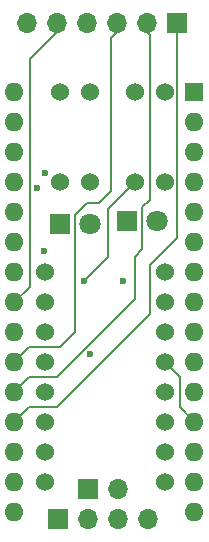
<source format=gbr>
%TF.GenerationSoftware,KiCad,Pcbnew,8.0.5*%
%TF.CreationDate,2024-10-10T01:08:20+09:00*%
%TF.ProjectId,BD,42442e6b-6963-4616-945f-706362585858,rev?*%
%TF.SameCoordinates,Original*%
%TF.FileFunction,Copper,L3,Inr*%
%TF.FilePolarity,Positive*%
%FSLAX46Y46*%
G04 Gerber Fmt 4.6, Leading zero omitted, Abs format (unit mm)*
G04 Created by KiCad (PCBNEW 8.0.5) date 2024-10-10 01:08:20*
%MOMM*%
%LPD*%
G01*
G04 APERTURE LIST*
%TA.AperFunction,ComponentPad*%
%ADD10R,1.700000X1.700000*%
%TD*%
%TA.AperFunction,ComponentPad*%
%ADD11O,1.700000X1.700000*%
%TD*%
%TA.AperFunction,ComponentPad*%
%ADD12C,1.524000*%
%TD*%
%TA.AperFunction,ComponentPad*%
%ADD13R,1.800000X1.800000*%
%TD*%
%TA.AperFunction,ComponentPad*%
%ADD14C,1.800000*%
%TD*%
%TA.AperFunction,ComponentPad*%
%ADD15O,1.600000X1.600000*%
%TD*%
%TA.AperFunction,ComponentPad*%
%ADD16R,1.600000X1.600000*%
%TD*%
%TA.AperFunction,ViaPad*%
%ADD17C,0.600000*%
%TD*%
%TA.AperFunction,Conductor*%
%ADD18C,0.200000*%
%TD*%
G04 APERTURE END LIST*
D10*
%TO.N,Net-(J2-Pin_1)*%
%TO.C,J2*%
X18425000Y-59665000D03*
D11*
%TO.N,Net-(J2-Pin_2)*%
X20965000Y-59665000D03*
%TO.N,Net-(J2-Pin_3)*%
X23505000Y-59665000D03*
%TO.N,Net-(J2-Pin_4)*%
X26045000Y-59665000D03*
%TD*%
D12*
%TO.N,SW1*%
%TO.C,SW1*%
X24892000Y-31115000D03*
%TO.N,GND*%
X27432000Y-31115000D03*
%TO.N,N/C*%
X27432000Y-23495000D03*
X24892000Y-23495000D03*
%TD*%
%TO.N,GND*%
%TO.C,U1*%
X27432000Y-56515000D03*
X27432000Y-53975000D03*
%TO.N,+5V*%
X27432000Y-51435000D03*
%TO.N,IN4*%
X27432000Y-48895000D03*
%TO.N,IN3*%
X27432000Y-46355000D03*
%TO.N,IN2*%
X27432000Y-43815000D03*
%TO.N,IN1*%
X27432000Y-41275000D03*
%TO.N,GND*%
X27432000Y-38735000D03*
%TO.N,unconnected-(U1-GND-Pad9)*%
X17272000Y-38735000D03*
%TO.N,unconnected-(U1-GND-Pad10)*%
X17272000Y-41275000D03*
%TO.N,Net-(J2-Pin_4)*%
X17272000Y-43815000D03*
%TO.N,Net-(J2-Pin_3)*%
X17272000Y-46355000D03*
%TO.N,Net-(J2-Pin_2)*%
X17272000Y-48895000D03*
%TO.N,Net-(J2-Pin_1)*%
X17272000Y-51435000D03*
%TO.N,VCC*%
X17272000Y-53975000D03*
X17272000Y-56515000D03*
%TD*%
D13*
%TO.N,GND*%
%TO.C,D2*%
X18542000Y-34671000D03*
D14*
%TO.N,Net-(A1-D4)*%
X21082000Y-34671000D03*
%TD*%
D12*
%TO.N,SW2*%
%TO.C,SW2*%
X21082000Y-31115000D03*
%TO.N,GND*%
X18542000Y-31115000D03*
%TO.N,N/C*%
X21082000Y-23495000D03*
X18542000Y-23495000D03*
%TD*%
D10*
%TO.N,VCC*%
%TO.C,J3*%
X20955000Y-57150000D03*
D11*
%TO.N,GND*%
X23495000Y-57150000D03*
%TD*%
D13*
%TO.N,GND*%
%TO.C,D1*%
X24257000Y-34417000D03*
D14*
%TO.N,Net-(A1-D2)*%
X26797000Y-34417000D03*
%TD*%
D11*
%TO.N,Net-(A1-SCL{slash}A5)*%
%TO.C,J1*%
X15748000Y-17653000D03*
%TO.N,Net-(A1-SDA{slash}A4)*%
X18288000Y-17653000D03*
%TO.N,Net-(A1-A3)*%
X20828000Y-17653000D03*
%TO.N,Net-(A1-A2)*%
X23368000Y-17653000D03*
%TO.N,Net-(A1-A1)*%
X25908000Y-17653000D03*
D10*
%TO.N,Net-(A1-A0)*%
X28448000Y-17653000D03*
%TD*%
D15*
%TO.N,VCC*%
%TO.C,A1*%
X14722000Y-23495000D03*
%TO.N,GND*%
X14722000Y-26035000D03*
%TO.N,unconnected-(A1-~{RESET}-Pad28)*%
X14722000Y-28575000D03*
%TO.N,+5V*%
X14722000Y-31115000D03*
%TO.N,SW2*%
X14722000Y-33655000D03*
%TO.N,SW1*%
X14722000Y-36195000D03*
%TO.N,Net-(A1-SCL{slash}A5)*%
X14722000Y-38735000D03*
%TO.N,Net-(A1-SDA{slash}A4)*%
X14722000Y-41275000D03*
%TO.N,Net-(A1-A3)*%
X14722000Y-43815000D03*
%TO.N,Net-(A1-A2)*%
X14722000Y-46355000D03*
%TO.N,Net-(A1-A1)*%
X14722000Y-48895000D03*
%TO.N,Net-(A1-A0)*%
X14722000Y-51435000D03*
%TO.N,unconnected-(A1-AREF-Pad18)*%
X14722000Y-53975000D03*
%TO.N,unconnected-(A1-3V3-Pad17)*%
X14722000Y-56515000D03*
%TO.N,unconnected-(A1-SCK-Pad16)*%
X14722000Y-59055000D03*
%TO.N,unconnected-(A1-MISO-Pad15)*%
X29962000Y-59055000D03*
%TO.N,unconnected-(A1-MOSI-Pad14)*%
X29962000Y-56515000D03*
%TO.N,IN4*%
X29962000Y-53975000D03*
%TO.N,IN3*%
X29962000Y-51435000D03*
%TO.N,unconnected-(A1-D8-Pad11)*%
X29962000Y-48895000D03*
%TO.N,unconnected-(A1-D7-Pad10)*%
X29962000Y-46355000D03*
%TO.N,IN2*%
X29962000Y-43815000D03*
%TO.N,IN1*%
X29962000Y-41275000D03*
%TO.N,Net-(A1-D4)*%
X29962000Y-38735000D03*
%TO.N,unconnected-(A1-D3-Pad6)*%
X29962000Y-36195000D03*
%TO.N,Net-(A1-D2)*%
X29962000Y-33655000D03*
%TO.N,GND*%
X29962000Y-31115000D03*
%TO.N,unconnected-(A1-~{RESET}-Pad3)*%
X29962000Y-28575000D03*
%TO.N,unconnected-(A1-RX1-Pad2)*%
X29962000Y-26035000D03*
D16*
%TO.N,unconnected-(A1-TX1-Pad1)*%
X29962000Y-23495000D03*
%TD*%
D17*
%TO.N,Net-(A1-SCL{slash}A5)*%
X16672000Y-31623000D03*
%TO.N,Net-(A1-A3)*%
X17228735Y-37000265D03*
X17272000Y-30353000D03*
%TO.N,SW1*%
X20574000Y-39497000D03*
%TO.N,SW2*%
X23876000Y-39497000D03*
%TO.N,+5V*%
X21082000Y-45720000D03*
%TD*%
D18*
%TO.N,Net-(A1-A1)*%
X15992000Y-47625000D02*
X14722000Y-48895000D01*
X24892000Y-41021000D02*
X18288000Y-47625000D01*
X18288000Y-47625000D02*
X15992000Y-47625000D01*
X24892000Y-37465000D02*
X24892000Y-41021000D01*
X25527000Y-36830000D02*
X24892000Y-37465000D01*
X26162000Y-32639000D02*
X25527000Y-33274000D01*
X25527000Y-33274000D02*
X25527000Y-36830000D01*
X26162000Y-18669000D02*
X26162000Y-32639000D01*
X25908000Y-18415000D02*
X26162000Y-18669000D01*
%TO.N,Net-(A1-SDA{slash}A4)*%
X16002000Y-39995000D02*
X14722000Y-41275000D01*
X16002000Y-20701000D02*
X16002000Y-39995000D01*
X18288000Y-18415000D02*
X16002000Y-20701000D01*
%TO.N,IN3*%
X28702000Y-50175000D02*
X29962000Y-51435000D01*
X28702000Y-47625000D02*
X28702000Y-50175000D01*
X27432000Y-46355000D02*
X28702000Y-47625000D01*
%TO.N,Net-(A1-A0)*%
X18288000Y-50165000D02*
X15992000Y-50165000D01*
X15992000Y-50165000D02*
X14722000Y-51435000D01*
X26162000Y-38181000D02*
X26162000Y-42291000D01*
X26162000Y-42291000D02*
X18288000Y-50165000D01*
X28494000Y-18461000D02*
X28494000Y-35849000D01*
X28448000Y-18415000D02*
X28494000Y-18461000D01*
X28494000Y-35849000D02*
X26162000Y-38181000D01*
%TO.N,Net-(A1-A2)*%
X15992000Y-45085000D02*
X14722000Y-46355000D01*
X18542000Y-45085000D02*
X15992000Y-45085000D01*
X19812000Y-43815000D02*
X18542000Y-45085000D01*
X20828000Y-32893000D02*
X19812000Y-33909000D01*
X21844000Y-32893000D02*
X20828000Y-32893000D01*
X19812000Y-33909000D02*
X19812000Y-43815000D01*
X22860000Y-31877000D02*
X21844000Y-32893000D01*
X22860000Y-18923000D02*
X22860000Y-31877000D01*
X23368000Y-18415000D02*
X22860000Y-18923000D01*
%TO.N,SW1*%
X22606000Y-37465000D02*
X20574000Y-39497000D01*
X22606000Y-33401000D02*
X22606000Y-37465000D01*
X24892000Y-31115000D02*
X22606000Y-33401000D01*
%TD*%
M02*

</source>
